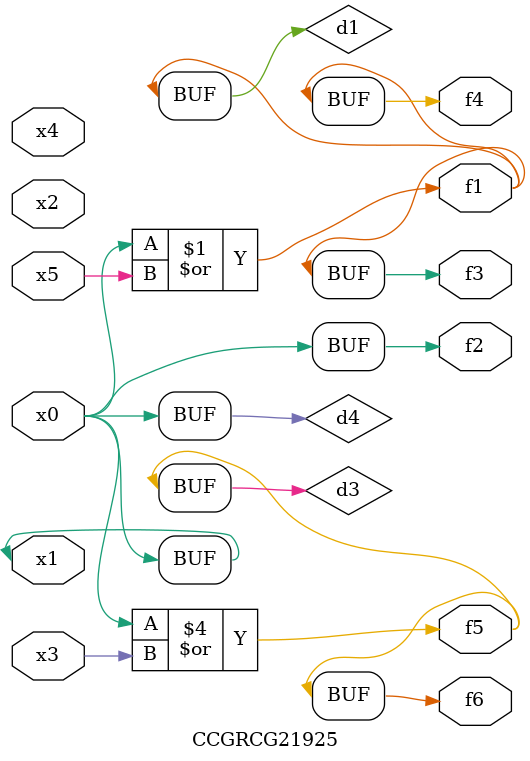
<source format=v>
module CCGRCG21925(
	input x0, x1, x2, x3, x4, x5,
	output f1, f2, f3, f4, f5, f6
);

	wire d1, d2, d3, d4;

	or (d1, x0, x5);
	xnor (d2, x1, x4);
	or (d3, x0, x3);
	buf (d4, x0, x1);
	assign f1 = d1;
	assign f2 = d4;
	assign f3 = d1;
	assign f4 = d1;
	assign f5 = d3;
	assign f6 = d3;
endmodule

</source>
